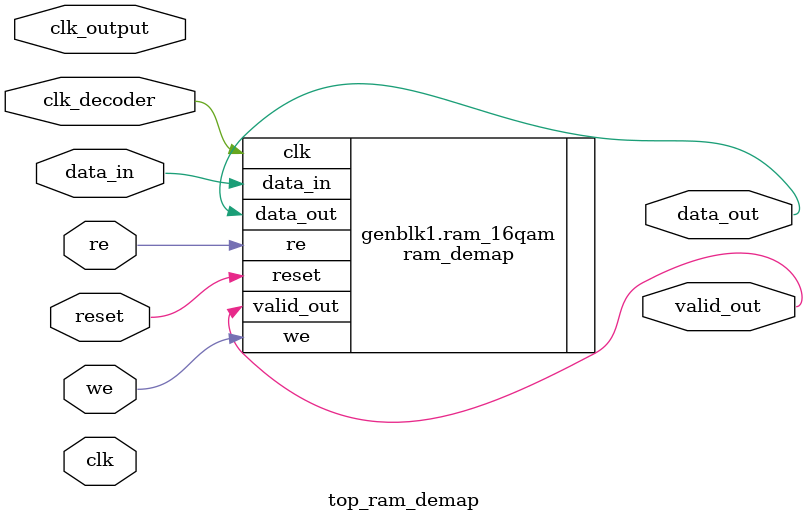
<source format=v>
module top_ram_demap	#(parameter DEMAPPER=16)
(
	clk,
	clk_output,
	clk_decoder,
	reset,
	re,
	we,
	valid_out,
	data_in,
	data_out
);
	//======================================================================================
	input 			clk;
	input			clk_output;
	input           clk_decoder;
	input 			reset;
	input 			re;
	input			we;
	input 		 	data_in;
	output 			valid_out;
	output 			data_out;
	//======================================================================================
	generate 
		case(DEMAPPER)
			2:
			begin
				ram_demap #(14,1,16384) ram_bpsk
				(
					.clk(clk),
					.reset(reset),
					.re(re),
					.we(we),
					.data_in(data_in),
					.data_out(data_out),
					.valid_out(valid_out)
				);
			end
			4:
			begin
				ram_demap #(14,1,16384) ram_qpsk
				(
					.clk(clk_output),
					.reset(reset),
					.re(re),
					.we(we),
					.data_in(data_in),
					.data_out(data_out),
					.valid_out(valid_out)
				);
			end
			16:
			begin
				ram_demap #(14,1,16384) ram_16qam
				(
					.clk(clk_decoder),
					.reset(reset),
					.re(re),
					.we(we),
					.data_in(data_in),
					.data_out(data_out),
					.valid_out(valid_out)
				);
			end
		endcase
	endgenerate
	//============================================================================	
endmodule
</source>
